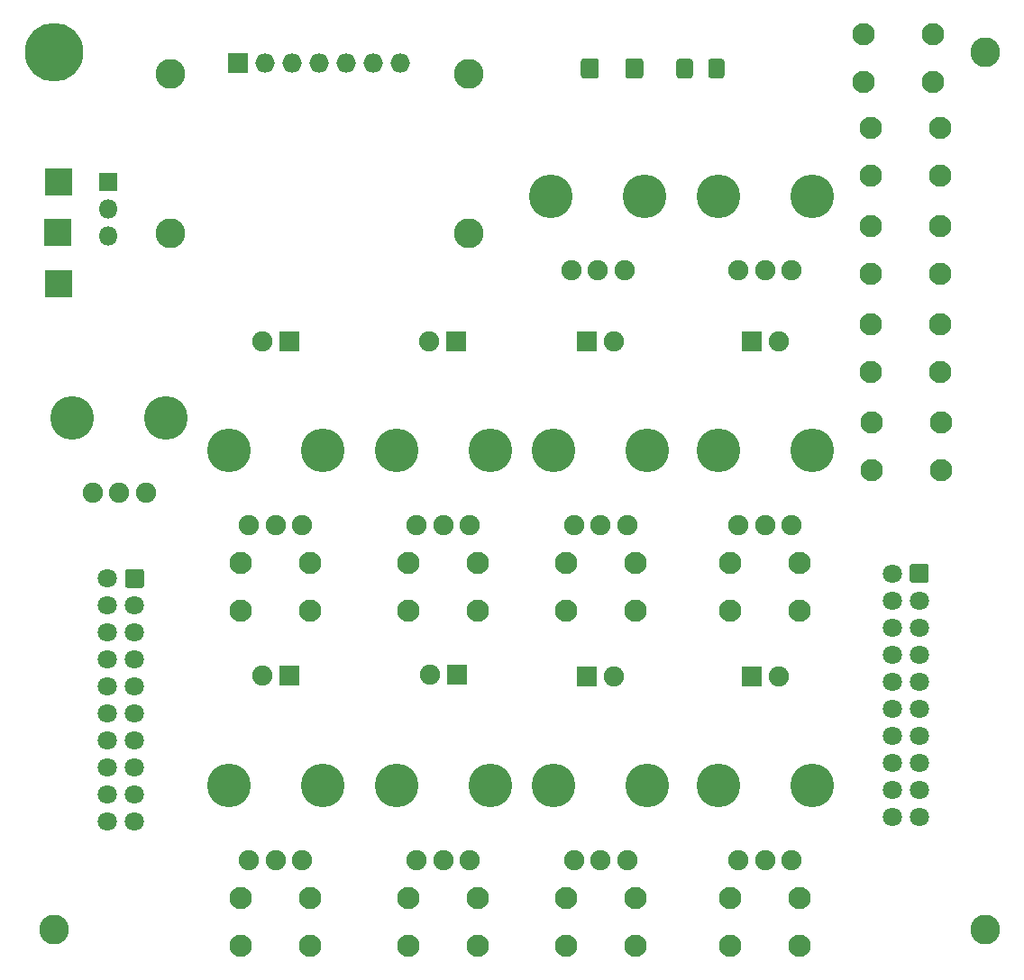
<source format=gbr>
%TF.GenerationSoftware,KiCad,Pcbnew,(5.1.6-0-10_14)*%
%TF.CreationDate,2020-08-30T21:59:19+02:00*%
%TF.ProjectId,sequencer-pcb,73657175-656e-4636-9572-2d7063622e6b,rev?*%
%TF.SameCoordinates,Original*%
%TF.FileFunction,Soldermask,Top*%
%TF.FilePolarity,Negative*%
%FSLAX46Y46*%
G04 Gerber Fmt 4.6, Leading zero omitted, Abs format (unit mm)*
G04 Created by KiCad (PCBNEW (5.1.6-0-10_14)) date 2020-08-30 21:59:19*
%MOMM*%
%LPD*%
G01*
G04 APERTURE LIST*
%ADD10R,2.600000X2.600000*%
%ADD11O,1.800000X1.800000*%
%ADD12R,1.800000X1.800000*%
%ADD13C,1.900000*%
%ADD14C,4.100000*%
%ADD15C,1.800000*%
%ADD16C,2.800000*%
%ADD17O,1.827200X1.827200*%
%ADD18R,1.827200X1.827200*%
%ADD19C,2.100000*%
%ADD20C,5.500000*%
%ADD21R,1.900000X1.900000*%
G04 APERTURE END LIST*
%TO.C,D9*%
G36*
G01*
X160525000Y-54392544D02*
X160525000Y-55707456D01*
G75*
G02*
X160257456Y-55975000I-267544J0D01*
G01*
X159267544Y-55975000D01*
G75*
G02*
X159000000Y-55707456I0J267544D01*
G01*
X159000000Y-54392544D01*
G75*
G02*
X159267544Y-54125000I267544J0D01*
G01*
X160257456Y-54125000D01*
G75*
G02*
X160525000Y-54392544I0J-267544D01*
G01*
G37*
G36*
G01*
X163500000Y-54392544D02*
X163500000Y-55707456D01*
G75*
G02*
X163232456Y-55975000I-267544J0D01*
G01*
X162242544Y-55975000D01*
G75*
G02*
X161975000Y-55707456I0J267544D01*
G01*
X161975000Y-54392544D01*
G75*
G02*
X162242544Y-54125000I267544J0D01*
G01*
X163232456Y-54125000D01*
G75*
G02*
X163500000Y-54392544I0J-267544D01*
G01*
G37*
%TD*%
D10*
%TO.C,+5V*%
X100950000Y-75250000D03*
%TD*%
%TO.C,GND*%
X100900000Y-70475000D03*
%TD*%
%TO.C,+3V3*%
X100950000Y-65700000D03*
%TD*%
D11*
%TO.C,PWR*%
X105600000Y-70830000D03*
X105600000Y-68290000D03*
D12*
X105600000Y-65750000D03*
%TD*%
D13*
%TO.C,RV1*%
X118838000Y-97930000D03*
X121338000Y-97930000D03*
X123838000Y-97930000D03*
D14*
X116938000Y-90930000D03*
X125738000Y-90930000D03*
%TD*%
D15*
%TO.C,J2*%
X105560000Y-125860000D03*
X105560000Y-123320000D03*
X105560000Y-120780000D03*
X105560000Y-118240000D03*
X105560000Y-115700000D03*
X105560000Y-113160000D03*
X105560000Y-110620000D03*
X105560000Y-108080000D03*
X105560000Y-105540000D03*
X105560000Y-103000000D03*
X108100000Y-125860000D03*
X108100000Y-123320000D03*
X108100000Y-120780000D03*
X108100000Y-118240000D03*
X108100000Y-115700000D03*
X108100000Y-113160000D03*
X108100000Y-110620000D03*
X108100000Y-108080000D03*
X108100000Y-105540000D03*
G36*
G01*
X109000000Y-102364706D02*
X109000000Y-103635294D01*
G75*
G02*
X108735294Y-103900000I-264706J0D01*
G01*
X107464706Y-103900000D01*
G75*
G02*
X107200000Y-103635294I0J264706D01*
G01*
X107200000Y-102364706D01*
G75*
G02*
X107464706Y-102100000I264706J0D01*
G01*
X108735294Y-102100000D01*
G75*
G02*
X109000000Y-102364706I0J-264706D01*
G01*
G37*
%TD*%
%TO.C,J1*%
G36*
G01*
X182696000Y-101866706D02*
X182696000Y-103137294D01*
G75*
G02*
X182431294Y-103402000I-264706J0D01*
G01*
X181160706Y-103402000D01*
G75*
G02*
X180896000Y-103137294I0J264706D01*
G01*
X180896000Y-101866706D01*
G75*
G02*
X181160706Y-101602000I264706J0D01*
G01*
X182431294Y-101602000D01*
G75*
G02*
X182696000Y-101866706I0J-264706D01*
G01*
G37*
X181796000Y-105042000D03*
X181796000Y-107582000D03*
X181796000Y-110122000D03*
X181796000Y-112662000D03*
X181796000Y-115202000D03*
X181796000Y-117742000D03*
X181796000Y-120282000D03*
X181796000Y-122822000D03*
X181796000Y-125362000D03*
X179256000Y-102502000D03*
X179256000Y-105042000D03*
X179256000Y-107582000D03*
X179256000Y-110122000D03*
X179256000Y-112662000D03*
X179256000Y-115202000D03*
X179256000Y-117742000D03*
X179256000Y-120282000D03*
X179256000Y-122822000D03*
X179256000Y-125362000D03*
%TD*%
D16*
%TO.C,OLED Display*%
X139450000Y-70550000D03*
X139450000Y-55550000D03*
X111450000Y-70550000D03*
X111450000Y-55550000D03*
D17*
X133090000Y-54550000D03*
X128010000Y-54550000D03*
X130550000Y-54550000D03*
D18*
X117850000Y-54550000D03*
D17*
X125470000Y-54550000D03*
X120390000Y-54550000D03*
X122930000Y-54550000D03*
%TD*%
D13*
%TO.C,SP3*%
X104150000Y-94900000D03*
X106650000Y-94900000D03*
X109150000Y-94900000D03*
D14*
X102250000Y-87900000D03*
X111050000Y-87900000D03*
%TD*%
%TO.C,SP2*%
X171723000Y-67026000D03*
X162923000Y-67026000D03*
D13*
X169823000Y-74026000D03*
X167323000Y-74026000D03*
X164823000Y-74026000D03*
%TD*%
%TO.C,SP1*%
X149110000Y-74026000D03*
X151610000Y-74026000D03*
X154110000Y-74026000D03*
D14*
X147210000Y-67026000D03*
X156010000Y-67026000D03*
%TD*%
%TO.C,RV8*%
X171723000Y-122426000D03*
X162923000Y-122426000D03*
D13*
X169823000Y-129426000D03*
X167323000Y-129426000D03*
X164823000Y-129426000D03*
%TD*%
%TO.C,RV7*%
X149364000Y-129426000D03*
X151864000Y-129426000D03*
X154364000Y-129426000D03*
D14*
X147464000Y-122426000D03*
X156264000Y-122426000D03*
%TD*%
D13*
%TO.C,RV6*%
X134597000Y-129426000D03*
X137097000Y-129426000D03*
X139597000Y-129426000D03*
D14*
X132697000Y-122426000D03*
X141497000Y-122426000D03*
%TD*%
D13*
%TO.C,RV5*%
X118838000Y-129426000D03*
X121338000Y-129426000D03*
X123838000Y-129426000D03*
D14*
X116938000Y-122426000D03*
X125738000Y-122426000D03*
%TD*%
%TO.C,RV4*%
X171723000Y-90930000D03*
X162923000Y-90930000D03*
D13*
X169823000Y-97930000D03*
X167323000Y-97930000D03*
X164823000Y-97930000D03*
%TD*%
%TO.C,RV3*%
X149364000Y-97930000D03*
X151864000Y-97930000D03*
X154364000Y-97930000D03*
D14*
X147464000Y-90930000D03*
X156264000Y-90930000D03*
%TD*%
D13*
%TO.C,RV2*%
X134597000Y-97930000D03*
X137097000Y-97930000D03*
X139597000Y-97930000D03*
D14*
X132697000Y-90930000D03*
X141497000Y-90930000D03*
%TD*%
D19*
%TO.C,SSW5*%
X183073000Y-51800000D03*
X183073000Y-56300000D03*
X176573000Y-51800000D03*
X176573000Y-56300000D03*
%TD*%
%TO.C,SSW1*%
X183828000Y-88278000D03*
X183828000Y-92778000D03*
X177328000Y-88278000D03*
X177328000Y-92778000D03*
%TD*%
%TO.C,SSW3*%
X183724000Y-69820666D03*
X183724000Y-74320666D03*
X177224000Y-69820666D03*
X177224000Y-74320666D03*
%TD*%
%TO.C,SSW2*%
X183724000Y-79049332D03*
X183724000Y-83549332D03*
X177224000Y-79049332D03*
X177224000Y-83549332D03*
%TD*%
%TO.C,SSW4*%
X183724000Y-60592000D03*
X183724000Y-65092000D03*
X177224000Y-60592000D03*
X177224000Y-65092000D03*
%TD*%
%TO.C,SW8*%
X164073000Y-137482000D03*
X164073000Y-132982000D03*
X170573000Y-137482000D03*
X170573000Y-132982000D03*
%TD*%
%TO.C,SW7*%
X155114000Y-132982000D03*
X155114000Y-137482000D03*
X148614000Y-132982000D03*
X148614000Y-137482000D03*
%TD*%
%TO.C,SW6*%
X140347000Y-132982000D03*
X140347000Y-137482000D03*
X133847000Y-132982000D03*
X133847000Y-137482000D03*
%TD*%
%TO.C,SW5*%
X124588000Y-132982000D03*
X124588000Y-137482000D03*
X118088000Y-132982000D03*
X118088000Y-137482000D03*
%TD*%
%TO.C,SW4*%
X164073000Y-105986000D03*
X164073000Y-101486000D03*
X170573000Y-105986000D03*
X170573000Y-101486000D03*
%TD*%
%TO.C,SW3*%
X155114000Y-101486000D03*
X155114000Y-105986000D03*
X148614000Y-101486000D03*
X148614000Y-105986000D03*
%TD*%
%TO.C,SW2*%
X140347000Y-101486000D03*
X140347000Y-105986000D03*
X133847000Y-101486000D03*
X133847000Y-105986000D03*
%TD*%
%TO.C,SW1*%
X124588000Y-101486000D03*
X124588000Y-105986000D03*
X118088000Y-101486000D03*
X118088000Y-105986000D03*
%TD*%
%TO.C,R9*%
G36*
G01*
X151700000Y-54365872D02*
X151700000Y-55734128D01*
G75*
G02*
X151434128Y-56000000I-265872J0D01*
G01*
X150290872Y-56000000D01*
G75*
G02*
X150025000Y-55734128I0J265872D01*
G01*
X150025000Y-54365872D01*
G75*
G02*
X150290872Y-54100000I265872J0D01*
G01*
X151434128Y-54100000D01*
G75*
G02*
X151700000Y-54365872I0J-265872D01*
G01*
G37*
G36*
G01*
X155875000Y-54365872D02*
X155875000Y-55734128D01*
G75*
G02*
X155609128Y-56000000I-265872J0D01*
G01*
X154465872Y-56000000D01*
G75*
G02*
X154200000Y-55734128I0J265872D01*
G01*
X154200000Y-54365872D01*
G75*
G02*
X154465872Y-54100000I265872J0D01*
G01*
X155609128Y-54100000D01*
G75*
G02*
X155875000Y-54365872I0J-265872D01*
G01*
G37*
%TD*%
D20*
%TO.C,GND*%
X100500000Y-53500000D03*
%TD*%
D16*
%TO.C,H3*%
X188000000Y-53500000D03*
%TD*%
%TO.C,H2*%
X188000000Y-136000000D03*
%TD*%
%TO.C,H1*%
X100500000Y-136000000D03*
%TD*%
D13*
%TO.C,D8*%
X168588000Y-112154000D03*
D21*
X166048000Y-112154000D03*
%TD*%
%TO.C,D7*%
X150589000Y-112154000D03*
D13*
X153129000Y-112154000D03*
%TD*%
D21*
%TO.C,D6*%
X138372000Y-112000000D03*
D13*
X135832000Y-112000000D03*
%TD*%
D21*
%TO.C,D5*%
X122613000Y-112100000D03*
D13*
X120073000Y-112100000D03*
%TD*%
%TO.C,D4*%
X168588000Y-80658000D03*
D21*
X166048000Y-80658000D03*
%TD*%
%TO.C,D3*%
X150589000Y-80658000D03*
D13*
X153129000Y-80658000D03*
%TD*%
D21*
%TO.C,D2*%
X138300000Y-80700000D03*
D13*
X135760000Y-80700000D03*
%TD*%
D21*
%TO.C,D1*%
X122613000Y-80658000D03*
D13*
X120073000Y-80658000D03*
%TD*%
M02*

</source>
